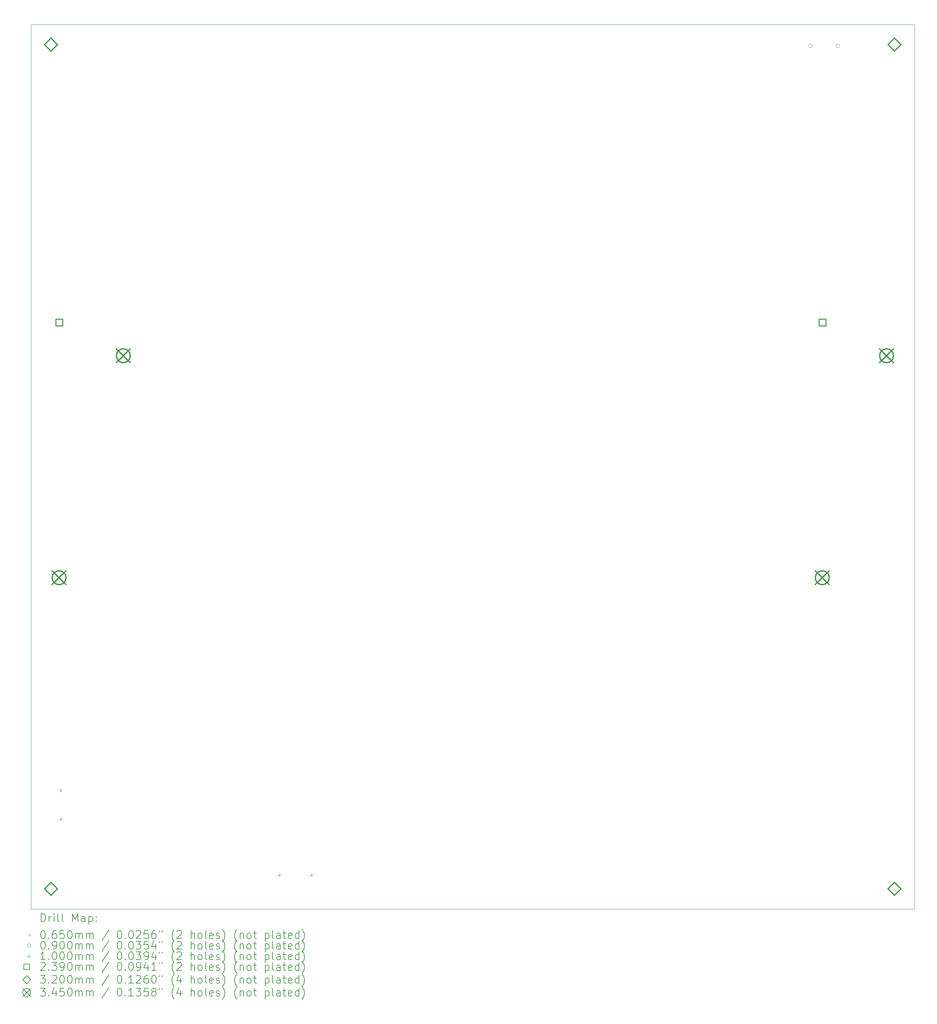
<source format=gbr>
%FSLAX45Y45*%
G04 Gerber Fmt 4.5, Leading zero omitted, Abs format (unit mm)*
G04 Created by KiCad (PCBNEW (6.0.0)) date 2022-01-30 17:44:56*
%MOMM*%
%LPD*%
G01*
G04 APERTURE LIST*
%TA.AperFunction,Profile*%
%ADD10C,0.100000*%
%TD*%
%ADD11C,0.200000*%
%ADD12C,0.065000*%
%ADD13C,0.090000*%
%ADD14C,0.100000*%
%ADD15C,0.239000*%
%ADD16C,0.320000*%
%ADD17C,0.345000*%
G04 APERTURE END LIST*
D10*
X-1000000Y0D02*
X21000000Y0D01*
X21000000Y0D02*
X21000000Y-22000000D01*
X21000000Y-22000000D02*
X-1000000Y-22000000D01*
X-1000000Y-22000000D02*
X-1000000Y0D01*
D11*
D12*
X-290900Y-19018100D02*
X-225900Y-19083100D01*
X-225900Y-19018100D02*
X-290900Y-19083100D01*
X-290900Y-19738100D02*
X-225900Y-19803100D01*
X-225900Y-19738100D02*
X-290900Y-19803100D01*
D13*
X18450200Y-533400D02*
G75*
G03*
X18450200Y-533400I-45000J0D01*
G01*
X19130200Y-533400D02*
G75*
G03*
X19130200Y-533400I-45000J0D01*
G01*
D14*
X5184000Y-21106200D02*
X5184000Y-21206200D01*
X5134000Y-21156200D02*
X5234000Y-21156200D01*
X5984000Y-21106200D02*
X5984000Y-21206200D01*
X5934000Y-21156200D02*
X6034000Y-21156200D01*
D15*
X-215500Y-7491500D02*
X-215500Y-7322500D01*
X-384500Y-7322500D01*
X-384500Y-7491500D01*
X-215500Y-7491500D01*
X18784500Y-7491500D02*
X18784500Y-7322500D01*
X18615500Y-7322500D01*
X18615500Y-7491500D01*
X18784500Y-7491500D01*
D16*
X-500000Y-660000D02*
X-340000Y-500000D01*
X-500000Y-340000D01*
X-660000Y-500000D01*
X-500000Y-660000D01*
X-500000Y-21660000D02*
X-340000Y-21500000D01*
X-500000Y-21340000D01*
X-660000Y-21500000D01*
X-500000Y-21660000D01*
X20500000Y-660000D02*
X20660000Y-500000D01*
X20500000Y-340000D01*
X20340000Y-500000D01*
X20500000Y-660000D01*
X20500000Y-21660000D02*
X20660000Y-21500000D01*
X20500000Y-21340000D01*
X20340000Y-21500000D01*
X20500000Y-21660000D01*
D17*
X-472500Y-13587500D02*
X-127500Y-13932500D01*
X-127500Y-13587500D02*
X-472500Y-13932500D01*
X-127500Y-13760000D02*
G75*
G03*
X-127500Y-13760000I-172500J0D01*
G01*
X1127500Y-8067500D02*
X1472500Y-8412500D01*
X1472500Y-8067500D02*
X1127500Y-8412500D01*
X1472500Y-8240000D02*
G75*
G03*
X1472500Y-8240000I-172500J0D01*
G01*
X18527500Y-13587500D02*
X18872500Y-13932500D01*
X18872500Y-13587500D02*
X18527500Y-13932500D01*
X18872500Y-13760000D02*
G75*
G03*
X18872500Y-13760000I-172500J0D01*
G01*
X20127500Y-8067500D02*
X20472500Y-8412500D01*
X20472500Y-8067500D02*
X20127500Y-8412500D01*
X20472500Y-8240000D02*
G75*
G03*
X20472500Y-8240000I-172500J0D01*
G01*
D11*
X-747381Y-22315476D02*
X-747381Y-22115476D01*
X-699762Y-22115476D01*
X-671190Y-22125000D01*
X-652143Y-22144048D01*
X-642619Y-22163095D01*
X-633095Y-22201190D01*
X-633095Y-22229762D01*
X-642619Y-22267857D01*
X-652143Y-22286905D01*
X-671190Y-22305952D01*
X-699762Y-22315476D01*
X-747381Y-22315476D01*
X-547381Y-22315476D02*
X-547381Y-22182143D01*
X-547381Y-22220238D02*
X-537857Y-22201190D01*
X-528333Y-22191667D01*
X-509286Y-22182143D01*
X-490238Y-22182143D01*
X-423571Y-22315476D02*
X-423571Y-22182143D01*
X-423571Y-22115476D02*
X-433095Y-22125000D01*
X-423571Y-22134524D01*
X-414048Y-22125000D01*
X-423571Y-22115476D01*
X-423571Y-22134524D01*
X-299762Y-22315476D02*
X-318810Y-22305952D01*
X-328333Y-22286905D01*
X-328333Y-22115476D01*
X-195000Y-22315476D02*
X-214048Y-22305952D01*
X-223571Y-22286905D01*
X-223571Y-22115476D01*
X33571Y-22315476D02*
X33571Y-22115476D01*
X100238Y-22258333D01*
X166905Y-22115476D01*
X166905Y-22315476D01*
X347857Y-22315476D02*
X347857Y-22210714D01*
X338333Y-22191667D01*
X319286Y-22182143D01*
X281190Y-22182143D01*
X262143Y-22191667D01*
X347857Y-22305952D02*
X328810Y-22315476D01*
X281190Y-22315476D01*
X262143Y-22305952D01*
X252619Y-22286905D01*
X252619Y-22267857D01*
X262143Y-22248810D01*
X281190Y-22239286D01*
X328810Y-22239286D01*
X347857Y-22229762D01*
X443095Y-22182143D02*
X443095Y-22382143D01*
X443095Y-22191667D02*
X462143Y-22182143D01*
X500238Y-22182143D01*
X519286Y-22191667D01*
X528810Y-22201190D01*
X538333Y-22220238D01*
X538333Y-22277381D01*
X528810Y-22296429D01*
X519286Y-22305952D01*
X500238Y-22315476D01*
X462143Y-22315476D01*
X443095Y-22305952D01*
X624048Y-22296429D02*
X633571Y-22305952D01*
X624048Y-22315476D01*
X614524Y-22305952D01*
X624048Y-22296429D01*
X624048Y-22315476D01*
X624048Y-22191667D02*
X633571Y-22201190D01*
X624048Y-22210714D01*
X614524Y-22201190D01*
X624048Y-22191667D01*
X624048Y-22210714D01*
D12*
X-1070000Y-22612500D02*
X-1005000Y-22677500D01*
X-1005000Y-22612500D02*
X-1070000Y-22677500D01*
D11*
X-709286Y-22535476D02*
X-690238Y-22535476D01*
X-671190Y-22545000D01*
X-661667Y-22554524D01*
X-652143Y-22573571D01*
X-642619Y-22611667D01*
X-642619Y-22659286D01*
X-652143Y-22697381D01*
X-661667Y-22716428D01*
X-671190Y-22725952D01*
X-690238Y-22735476D01*
X-709286Y-22735476D01*
X-728333Y-22725952D01*
X-737857Y-22716428D01*
X-747381Y-22697381D01*
X-756905Y-22659286D01*
X-756905Y-22611667D01*
X-747381Y-22573571D01*
X-737857Y-22554524D01*
X-728333Y-22545000D01*
X-709286Y-22535476D01*
X-556905Y-22716428D02*
X-547381Y-22725952D01*
X-556905Y-22735476D01*
X-566429Y-22725952D01*
X-556905Y-22716428D01*
X-556905Y-22735476D01*
X-375952Y-22535476D02*
X-414048Y-22535476D01*
X-433095Y-22545000D01*
X-442619Y-22554524D01*
X-461667Y-22583095D01*
X-471190Y-22621190D01*
X-471190Y-22697381D01*
X-461667Y-22716428D01*
X-452143Y-22725952D01*
X-433095Y-22735476D01*
X-395000Y-22735476D01*
X-375952Y-22725952D01*
X-366428Y-22716428D01*
X-356905Y-22697381D01*
X-356905Y-22649762D01*
X-366428Y-22630714D01*
X-375952Y-22621190D01*
X-395000Y-22611667D01*
X-433095Y-22611667D01*
X-452143Y-22621190D01*
X-461667Y-22630714D01*
X-471190Y-22649762D01*
X-175952Y-22535476D02*
X-271190Y-22535476D01*
X-280714Y-22630714D01*
X-271190Y-22621190D01*
X-252143Y-22611667D01*
X-204524Y-22611667D01*
X-185476Y-22621190D01*
X-175952Y-22630714D01*
X-166429Y-22649762D01*
X-166429Y-22697381D01*
X-175952Y-22716428D01*
X-185476Y-22725952D01*
X-204524Y-22735476D01*
X-252143Y-22735476D01*
X-271190Y-22725952D01*
X-280714Y-22716428D01*
X-42619Y-22535476D02*
X-23571Y-22535476D01*
X-4524Y-22545000D01*
X5000Y-22554524D01*
X14524Y-22573571D01*
X24048Y-22611667D01*
X24048Y-22659286D01*
X14524Y-22697381D01*
X5000Y-22716428D01*
X-4524Y-22725952D01*
X-23571Y-22735476D01*
X-42619Y-22735476D01*
X-61667Y-22725952D01*
X-71190Y-22716428D01*
X-80714Y-22697381D01*
X-90238Y-22659286D01*
X-90238Y-22611667D01*
X-80714Y-22573571D01*
X-71190Y-22554524D01*
X-61667Y-22545000D01*
X-42619Y-22535476D01*
X109762Y-22735476D02*
X109762Y-22602143D01*
X109762Y-22621190D02*
X119286Y-22611667D01*
X138333Y-22602143D01*
X166905Y-22602143D01*
X185952Y-22611667D01*
X195476Y-22630714D01*
X195476Y-22735476D01*
X195476Y-22630714D02*
X205000Y-22611667D01*
X224048Y-22602143D01*
X252619Y-22602143D01*
X271667Y-22611667D01*
X281190Y-22630714D01*
X281190Y-22735476D01*
X376428Y-22735476D02*
X376428Y-22602143D01*
X376428Y-22621190D02*
X385952Y-22611667D01*
X405000Y-22602143D01*
X433571Y-22602143D01*
X452619Y-22611667D01*
X462143Y-22630714D01*
X462143Y-22735476D01*
X462143Y-22630714D02*
X471667Y-22611667D01*
X490714Y-22602143D01*
X519286Y-22602143D01*
X538333Y-22611667D01*
X547857Y-22630714D01*
X547857Y-22735476D01*
X938333Y-22525952D02*
X766905Y-22783095D01*
X1195476Y-22535476D02*
X1214524Y-22535476D01*
X1233571Y-22545000D01*
X1243095Y-22554524D01*
X1252619Y-22573571D01*
X1262143Y-22611667D01*
X1262143Y-22659286D01*
X1252619Y-22697381D01*
X1243095Y-22716428D01*
X1233571Y-22725952D01*
X1214524Y-22735476D01*
X1195476Y-22735476D01*
X1176429Y-22725952D01*
X1166905Y-22716428D01*
X1157381Y-22697381D01*
X1147857Y-22659286D01*
X1147857Y-22611667D01*
X1157381Y-22573571D01*
X1166905Y-22554524D01*
X1176429Y-22545000D01*
X1195476Y-22535476D01*
X1347857Y-22716428D02*
X1357381Y-22725952D01*
X1347857Y-22735476D01*
X1338333Y-22725952D01*
X1347857Y-22716428D01*
X1347857Y-22735476D01*
X1481190Y-22535476D02*
X1500238Y-22535476D01*
X1519286Y-22545000D01*
X1528809Y-22554524D01*
X1538333Y-22573571D01*
X1547857Y-22611667D01*
X1547857Y-22659286D01*
X1538333Y-22697381D01*
X1528809Y-22716428D01*
X1519286Y-22725952D01*
X1500238Y-22735476D01*
X1481190Y-22735476D01*
X1462143Y-22725952D01*
X1452619Y-22716428D01*
X1443095Y-22697381D01*
X1433571Y-22659286D01*
X1433571Y-22611667D01*
X1443095Y-22573571D01*
X1452619Y-22554524D01*
X1462143Y-22545000D01*
X1481190Y-22535476D01*
X1624048Y-22554524D02*
X1633571Y-22545000D01*
X1652619Y-22535476D01*
X1700238Y-22535476D01*
X1719286Y-22545000D01*
X1728809Y-22554524D01*
X1738333Y-22573571D01*
X1738333Y-22592619D01*
X1728809Y-22621190D01*
X1614524Y-22735476D01*
X1738333Y-22735476D01*
X1919286Y-22535476D02*
X1824048Y-22535476D01*
X1814524Y-22630714D01*
X1824048Y-22621190D01*
X1843095Y-22611667D01*
X1890714Y-22611667D01*
X1909762Y-22621190D01*
X1919286Y-22630714D01*
X1928809Y-22649762D01*
X1928809Y-22697381D01*
X1919286Y-22716428D01*
X1909762Y-22725952D01*
X1890714Y-22735476D01*
X1843095Y-22735476D01*
X1824048Y-22725952D01*
X1814524Y-22716428D01*
X2100238Y-22535476D02*
X2062143Y-22535476D01*
X2043095Y-22545000D01*
X2033571Y-22554524D01*
X2014524Y-22583095D01*
X2005000Y-22621190D01*
X2005000Y-22697381D01*
X2014524Y-22716428D01*
X2024048Y-22725952D01*
X2043095Y-22735476D01*
X2081190Y-22735476D01*
X2100238Y-22725952D01*
X2109762Y-22716428D01*
X2119286Y-22697381D01*
X2119286Y-22649762D01*
X2109762Y-22630714D01*
X2100238Y-22621190D01*
X2081190Y-22611667D01*
X2043095Y-22611667D01*
X2024048Y-22621190D01*
X2014524Y-22630714D01*
X2005000Y-22649762D01*
X2195476Y-22535476D02*
X2195476Y-22573571D01*
X2271667Y-22535476D02*
X2271667Y-22573571D01*
X2566905Y-22811667D02*
X2557381Y-22802143D01*
X2538333Y-22773571D01*
X2528810Y-22754524D01*
X2519286Y-22725952D01*
X2509762Y-22678333D01*
X2509762Y-22640238D01*
X2519286Y-22592619D01*
X2528810Y-22564048D01*
X2538333Y-22545000D01*
X2557381Y-22516428D01*
X2566905Y-22506905D01*
X2633571Y-22554524D02*
X2643095Y-22545000D01*
X2662143Y-22535476D01*
X2709762Y-22535476D01*
X2728810Y-22545000D01*
X2738333Y-22554524D01*
X2747857Y-22573571D01*
X2747857Y-22592619D01*
X2738333Y-22621190D01*
X2624048Y-22735476D01*
X2747857Y-22735476D01*
X2985952Y-22735476D02*
X2985952Y-22535476D01*
X3071667Y-22735476D02*
X3071667Y-22630714D01*
X3062143Y-22611667D01*
X3043095Y-22602143D01*
X3014524Y-22602143D01*
X2995476Y-22611667D01*
X2985952Y-22621190D01*
X3195476Y-22735476D02*
X3176428Y-22725952D01*
X3166905Y-22716428D01*
X3157381Y-22697381D01*
X3157381Y-22640238D01*
X3166905Y-22621190D01*
X3176428Y-22611667D01*
X3195476Y-22602143D01*
X3224048Y-22602143D01*
X3243095Y-22611667D01*
X3252619Y-22621190D01*
X3262143Y-22640238D01*
X3262143Y-22697381D01*
X3252619Y-22716428D01*
X3243095Y-22725952D01*
X3224048Y-22735476D01*
X3195476Y-22735476D01*
X3376428Y-22735476D02*
X3357381Y-22725952D01*
X3347857Y-22706905D01*
X3347857Y-22535476D01*
X3528809Y-22725952D02*
X3509762Y-22735476D01*
X3471667Y-22735476D01*
X3452619Y-22725952D01*
X3443095Y-22706905D01*
X3443095Y-22630714D01*
X3452619Y-22611667D01*
X3471667Y-22602143D01*
X3509762Y-22602143D01*
X3528809Y-22611667D01*
X3538333Y-22630714D01*
X3538333Y-22649762D01*
X3443095Y-22668809D01*
X3614524Y-22725952D02*
X3633571Y-22735476D01*
X3671667Y-22735476D01*
X3690714Y-22725952D01*
X3700238Y-22706905D01*
X3700238Y-22697381D01*
X3690714Y-22678333D01*
X3671667Y-22668809D01*
X3643095Y-22668809D01*
X3624048Y-22659286D01*
X3614524Y-22640238D01*
X3614524Y-22630714D01*
X3624048Y-22611667D01*
X3643095Y-22602143D01*
X3671667Y-22602143D01*
X3690714Y-22611667D01*
X3766905Y-22811667D02*
X3776428Y-22802143D01*
X3795476Y-22773571D01*
X3805000Y-22754524D01*
X3814524Y-22725952D01*
X3824048Y-22678333D01*
X3824048Y-22640238D01*
X3814524Y-22592619D01*
X3805000Y-22564048D01*
X3795476Y-22545000D01*
X3776428Y-22516428D01*
X3766905Y-22506905D01*
X4128809Y-22811667D02*
X4119286Y-22802143D01*
X4100238Y-22773571D01*
X4090714Y-22754524D01*
X4081190Y-22725952D01*
X4071667Y-22678333D01*
X4071667Y-22640238D01*
X4081190Y-22592619D01*
X4090714Y-22564048D01*
X4100238Y-22545000D01*
X4119286Y-22516428D01*
X4128809Y-22506905D01*
X4205000Y-22602143D02*
X4205000Y-22735476D01*
X4205000Y-22621190D02*
X4214524Y-22611667D01*
X4233571Y-22602143D01*
X4262143Y-22602143D01*
X4281190Y-22611667D01*
X4290714Y-22630714D01*
X4290714Y-22735476D01*
X4414524Y-22735476D02*
X4395476Y-22725952D01*
X4385952Y-22716428D01*
X4376429Y-22697381D01*
X4376429Y-22640238D01*
X4385952Y-22621190D01*
X4395476Y-22611667D01*
X4414524Y-22602143D01*
X4443095Y-22602143D01*
X4462143Y-22611667D01*
X4471667Y-22621190D01*
X4481190Y-22640238D01*
X4481190Y-22697381D01*
X4471667Y-22716428D01*
X4462143Y-22725952D01*
X4443095Y-22735476D01*
X4414524Y-22735476D01*
X4538333Y-22602143D02*
X4614524Y-22602143D01*
X4566905Y-22535476D02*
X4566905Y-22706905D01*
X4576429Y-22725952D01*
X4595476Y-22735476D01*
X4614524Y-22735476D01*
X4833571Y-22602143D02*
X4833571Y-22802143D01*
X4833571Y-22611667D02*
X4852619Y-22602143D01*
X4890714Y-22602143D01*
X4909762Y-22611667D01*
X4919286Y-22621190D01*
X4928810Y-22640238D01*
X4928810Y-22697381D01*
X4919286Y-22716428D01*
X4909762Y-22725952D01*
X4890714Y-22735476D01*
X4852619Y-22735476D01*
X4833571Y-22725952D01*
X5043095Y-22735476D02*
X5024048Y-22725952D01*
X5014524Y-22706905D01*
X5014524Y-22535476D01*
X5205000Y-22735476D02*
X5205000Y-22630714D01*
X5195476Y-22611667D01*
X5176429Y-22602143D01*
X5138333Y-22602143D01*
X5119286Y-22611667D01*
X5205000Y-22725952D02*
X5185952Y-22735476D01*
X5138333Y-22735476D01*
X5119286Y-22725952D01*
X5109762Y-22706905D01*
X5109762Y-22687857D01*
X5119286Y-22668809D01*
X5138333Y-22659286D01*
X5185952Y-22659286D01*
X5205000Y-22649762D01*
X5271667Y-22602143D02*
X5347857Y-22602143D01*
X5300238Y-22535476D02*
X5300238Y-22706905D01*
X5309762Y-22725952D01*
X5328810Y-22735476D01*
X5347857Y-22735476D01*
X5490714Y-22725952D02*
X5471667Y-22735476D01*
X5433571Y-22735476D01*
X5414524Y-22725952D01*
X5405000Y-22706905D01*
X5405000Y-22630714D01*
X5414524Y-22611667D01*
X5433571Y-22602143D01*
X5471667Y-22602143D01*
X5490714Y-22611667D01*
X5500238Y-22630714D01*
X5500238Y-22649762D01*
X5405000Y-22668809D01*
X5671667Y-22735476D02*
X5671667Y-22535476D01*
X5671667Y-22725952D02*
X5652619Y-22735476D01*
X5614524Y-22735476D01*
X5595476Y-22725952D01*
X5585952Y-22716428D01*
X5576429Y-22697381D01*
X5576429Y-22640238D01*
X5585952Y-22621190D01*
X5595476Y-22611667D01*
X5614524Y-22602143D01*
X5652619Y-22602143D01*
X5671667Y-22611667D01*
X5747857Y-22811667D02*
X5757381Y-22802143D01*
X5776428Y-22773571D01*
X5785952Y-22754524D01*
X5795476Y-22725952D01*
X5805000Y-22678333D01*
X5805000Y-22640238D01*
X5795476Y-22592619D01*
X5785952Y-22564048D01*
X5776428Y-22545000D01*
X5757381Y-22516428D01*
X5747857Y-22506905D01*
D13*
X-1005000Y-22909000D02*
G75*
G03*
X-1005000Y-22909000I-45000J0D01*
G01*
D11*
X-709286Y-22799476D02*
X-690238Y-22799476D01*
X-671190Y-22809000D01*
X-661667Y-22818524D01*
X-652143Y-22837571D01*
X-642619Y-22875667D01*
X-642619Y-22923286D01*
X-652143Y-22961381D01*
X-661667Y-22980428D01*
X-671190Y-22989952D01*
X-690238Y-22999476D01*
X-709286Y-22999476D01*
X-728333Y-22989952D01*
X-737857Y-22980428D01*
X-747381Y-22961381D01*
X-756905Y-22923286D01*
X-756905Y-22875667D01*
X-747381Y-22837571D01*
X-737857Y-22818524D01*
X-728333Y-22809000D01*
X-709286Y-22799476D01*
X-556905Y-22980428D02*
X-547381Y-22989952D01*
X-556905Y-22999476D01*
X-566429Y-22989952D01*
X-556905Y-22980428D01*
X-556905Y-22999476D01*
X-452143Y-22999476D02*
X-414048Y-22999476D01*
X-395000Y-22989952D01*
X-385476Y-22980428D01*
X-366428Y-22951857D01*
X-356905Y-22913762D01*
X-356905Y-22837571D01*
X-366428Y-22818524D01*
X-375952Y-22809000D01*
X-395000Y-22799476D01*
X-433095Y-22799476D01*
X-452143Y-22809000D01*
X-461667Y-22818524D01*
X-471190Y-22837571D01*
X-471190Y-22885190D01*
X-461667Y-22904238D01*
X-452143Y-22913762D01*
X-433095Y-22923286D01*
X-395000Y-22923286D01*
X-375952Y-22913762D01*
X-366428Y-22904238D01*
X-356905Y-22885190D01*
X-233095Y-22799476D02*
X-214048Y-22799476D01*
X-195000Y-22809000D01*
X-185476Y-22818524D01*
X-175952Y-22837571D01*
X-166429Y-22875667D01*
X-166429Y-22923286D01*
X-175952Y-22961381D01*
X-185476Y-22980428D01*
X-195000Y-22989952D01*
X-214048Y-22999476D01*
X-233095Y-22999476D01*
X-252143Y-22989952D01*
X-261667Y-22980428D01*
X-271190Y-22961381D01*
X-280714Y-22923286D01*
X-280714Y-22875667D01*
X-271190Y-22837571D01*
X-261667Y-22818524D01*
X-252143Y-22809000D01*
X-233095Y-22799476D01*
X-42619Y-22799476D02*
X-23571Y-22799476D01*
X-4524Y-22809000D01*
X5000Y-22818524D01*
X14524Y-22837571D01*
X24048Y-22875667D01*
X24048Y-22923286D01*
X14524Y-22961381D01*
X5000Y-22980428D01*
X-4524Y-22989952D01*
X-23571Y-22999476D01*
X-42619Y-22999476D01*
X-61667Y-22989952D01*
X-71190Y-22980428D01*
X-80714Y-22961381D01*
X-90238Y-22923286D01*
X-90238Y-22875667D01*
X-80714Y-22837571D01*
X-71190Y-22818524D01*
X-61667Y-22809000D01*
X-42619Y-22799476D01*
X109762Y-22999476D02*
X109762Y-22866143D01*
X109762Y-22885190D02*
X119286Y-22875667D01*
X138333Y-22866143D01*
X166905Y-22866143D01*
X185952Y-22875667D01*
X195476Y-22894714D01*
X195476Y-22999476D01*
X195476Y-22894714D02*
X205000Y-22875667D01*
X224048Y-22866143D01*
X252619Y-22866143D01*
X271667Y-22875667D01*
X281190Y-22894714D01*
X281190Y-22999476D01*
X376428Y-22999476D02*
X376428Y-22866143D01*
X376428Y-22885190D02*
X385952Y-22875667D01*
X405000Y-22866143D01*
X433571Y-22866143D01*
X452619Y-22875667D01*
X462143Y-22894714D01*
X462143Y-22999476D01*
X462143Y-22894714D02*
X471667Y-22875667D01*
X490714Y-22866143D01*
X519286Y-22866143D01*
X538333Y-22875667D01*
X547857Y-22894714D01*
X547857Y-22999476D01*
X938333Y-22789952D02*
X766905Y-23047095D01*
X1195476Y-22799476D02*
X1214524Y-22799476D01*
X1233571Y-22809000D01*
X1243095Y-22818524D01*
X1252619Y-22837571D01*
X1262143Y-22875667D01*
X1262143Y-22923286D01*
X1252619Y-22961381D01*
X1243095Y-22980428D01*
X1233571Y-22989952D01*
X1214524Y-22999476D01*
X1195476Y-22999476D01*
X1176429Y-22989952D01*
X1166905Y-22980428D01*
X1157381Y-22961381D01*
X1147857Y-22923286D01*
X1147857Y-22875667D01*
X1157381Y-22837571D01*
X1166905Y-22818524D01*
X1176429Y-22809000D01*
X1195476Y-22799476D01*
X1347857Y-22980428D02*
X1357381Y-22989952D01*
X1347857Y-22999476D01*
X1338333Y-22989952D01*
X1347857Y-22980428D01*
X1347857Y-22999476D01*
X1481190Y-22799476D02*
X1500238Y-22799476D01*
X1519286Y-22809000D01*
X1528809Y-22818524D01*
X1538333Y-22837571D01*
X1547857Y-22875667D01*
X1547857Y-22923286D01*
X1538333Y-22961381D01*
X1528809Y-22980428D01*
X1519286Y-22989952D01*
X1500238Y-22999476D01*
X1481190Y-22999476D01*
X1462143Y-22989952D01*
X1452619Y-22980428D01*
X1443095Y-22961381D01*
X1433571Y-22923286D01*
X1433571Y-22875667D01*
X1443095Y-22837571D01*
X1452619Y-22818524D01*
X1462143Y-22809000D01*
X1481190Y-22799476D01*
X1614524Y-22799476D02*
X1738333Y-22799476D01*
X1671667Y-22875667D01*
X1700238Y-22875667D01*
X1719286Y-22885190D01*
X1728809Y-22894714D01*
X1738333Y-22913762D01*
X1738333Y-22961381D01*
X1728809Y-22980428D01*
X1719286Y-22989952D01*
X1700238Y-22999476D01*
X1643095Y-22999476D01*
X1624048Y-22989952D01*
X1614524Y-22980428D01*
X1919286Y-22799476D02*
X1824048Y-22799476D01*
X1814524Y-22894714D01*
X1824048Y-22885190D01*
X1843095Y-22875667D01*
X1890714Y-22875667D01*
X1909762Y-22885190D01*
X1919286Y-22894714D01*
X1928809Y-22913762D01*
X1928809Y-22961381D01*
X1919286Y-22980428D01*
X1909762Y-22989952D01*
X1890714Y-22999476D01*
X1843095Y-22999476D01*
X1824048Y-22989952D01*
X1814524Y-22980428D01*
X2100238Y-22866143D02*
X2100238Y-22999476D01*
X2052619Y-22789952D02*
X2005000Y-22932809D01*
X2128810Y-22932809D01*
X2195476Y-22799476D02*
X2195476Y-22837571D01*
X2271667Y-22799476D02*
X2271667Y-22837571D01*
X2566905Y-23075667D02*
X2557381Y-23066143D01*
X2538333Y-23037571D01*
X2528810Y-23018524D01*
X2519286Y-22989952D01*
X2509762Y-22942333D01*
X2509762Y-22904238D01*
X2519286Y-22856619D01*
X2528810Y-22828048D01*
X2538333Y-22809000D01*
X2557381Y-22780428D01*
X2566905Y-22770905D01*
X2633571Y-22818524D02*
X2643095Y-22809000D01*
X2662143Y-22799476D01*
X2709762Y-22799476D01*
X2728810Y-22809000D01*
X2738333Y-22818524D01*
X2747857Y-22837571D01*
X2747857Y-22856619D01*
X2738333Y-22885190D01*
X2624048Y-22999476D01*
X2747857Y-22999476D01*
X2985952Y-22999476D02*
X2985952Y-22799476D01*
X3071667Y-22999476D02*
X3071667Y-22894714D01*
X3062143Y-22875667D01*
X3043095Y-22866143D01*
X3014524Y-22866143D01*
X2995476Y-22875667D01*
X2985952Y-22885190D01*
X3195476Y-22999476D02*
X3176428Y-22989952D01*
X3166905Y-22980428D01*
X3157381Y-22961381D01*
X3157381Y-22904238D01*
X3166905Y-22885190D01*
X3176428Y-22875667D01*
X3195476Y-22866143D01*
X3224048Y-22866143D01*
X3243095Y-22875667D01*
X3252619Y-22885190D01*
X3262143Y-22904238D01*
X3262143Y-22961381D01*
X3252619Y-22980428D01*
X3243095Y-22989952D01*
X3224048Y-22999476D01*
X3195476Y-22999476D01*
X3376428Y-22999476D02*
X3357381Y-22989952D01*
X3347857Y-22970905D01*
X3347857Y-22799476D01*
X3528809Y-22989952D02*
X3509762Y-22999476D01*
X3471667Y-22999476D01*
X3452619Y-22989952D01*
X3443095Y-22970905D01*
X3443095Y-22894714D01*
X3452619Y-22875667D01*
X3471667Y-22866143D01*
X3509762Y-22866143D01*
X3528809Y-22875667D01*
X3538333Y-22894714D01*
X3538333Y-22913762D01*
X3443095Y-22932809D01*
X3614524Y-22989952D02*
X3633571Y-22999476D01*
X3671667Y-22999476D01*
X3690714Y-22989952D01*
X3700238Y-22970905D01*
X3700238Y-22961381D01*
X3690714Y-22942333D01*
X3671667Y-22932809D01*
X3643095Y-22932809D01*
X3624048Y-22923286D01*
X3614524Y-22904238D01*
X3614524Y-22894714D01*
X3624048Y-22875667D01*
X3643095Y-22866143D01*
X3671667Y-22866143D01*
X3690714Y-22875667D01*
X3766905Y-23075667D02*
X3776428Y-23066143D01*
X3795476Y-23037571D01*
X3805000Y-23018524D01*
X3814524Y-22989952D01*
X3824048Y-22942333D01*
X3824048Y-22904238D01*
X3814524Y-22856619D01*
X3805000Y-22828048D01*
X3795476Y-22809000D01*
X3776428Y-22780428D01*
X3766905Y-22770905D01*
X4128809Y-23075667D02*
X4119286Y-23066143D01*
X4100238Y-23037571D01*
X4090714Y-23018524D01*
X4081190Y-22989952D01*
X4071667Y-22942333D01*
X4071667Y-22904238D01*
X4081190Y-22856619D01*
X4090714Y-22828048D01*
X4100238Y-22809000D01*
X4119286Y-22780428D01*
X4128809Y-22770905D01*
X4205000Y-22866143D02*
X4205000Y-22999476D01*
X4205000Y-22885190D02*
X4214524Y-22875667D01*
X4233571Y-22866143D01*
X4262143Y-22866143D01*
X4281190Y-22875667D01*
X4290714Y-22894714D01*
X4290714Y-22999476D01*
X4414524Y-22999476D02*
X4395476Y-22989952D01*
X4385952Y-22980428D01*
X4376429Y-22961381D01*
X4376429Y-22904238D01*
X4385952Y-22885190D01*
X4395476Y-22875667D01*
X4414524Y-22866143D01*
X4443095Y-22866143D01*
X4462143Y-22875667D01*
X4471667Y-22885190D01*
X4481190Y-22904238D01*
X4481190Y-22961381D01*
X4471667Y-22980428D01*
X4462143Y-22989952D01*
X4443095Y-22999476D01*
X4414524Y-22999476D01*
X4538333Y-22866143D02*
X4614524Y-22866143D01*
X4566905Y-22799476D02*
X4566905Y-22970905D01*
X4576429Y-22989952D01*
X4595476Y-22999476D01*
X4614524Y-22999476D01*
X4833571Y-22866143D02*
X4833571Y-23066143D01*
X4833571Y-22875667D02*
X4852619Y-22866143D01*
X4890714Y-22866143D01*
X4909762Y-22875667D01*
X4919286Y-22885190D01*
X4928810Y-22904238D01*
X4928810Y-22961381D01*
X4919286Y-22980428D01*
X4909762Y-22989952D01*
X4890714Y-22999476D01*
X4852619Y-22999476D01*
X4833571Y-22989952D01*
X5043095Y-22999476D02*
X5024048Y-22989952D01*
X5014524Y-22970905D01*
X5014524Y-22799476D01*
X5205000Y-22999476D02*
X5205000Y-22894714D01*
X5195476Y-22875667D01*
X5176429Y-22866143D01*
X5138333Y-22866143D01*
X5119286Y-22875667D01*
X5205000Y-22989952D02*
X5185952Y-22999476D01*
X5138333Y-22999476D01*
X5119286Y-22989952D01*
X5109762Y-22970905D01*
X5109762Y-22951857D01*
X5119286Y-22932809D01*
X5138333Y-22923286D01*
X5185952Y-22923286D01*
X5205000Y-22913762D01*
X5271667Y-22866143D02*
X5347857Y-22866143D01*
X5300238Y-22799476D02*
X5300238Y-22970905D01*
X5309762Y-22989952D01*
X5328810Y-22999476D01*
X5347857Y-22999476D01*
X5490714Y-22989952D02*
X5471667Y-22999476D01*
X5433571Y-22999476D01*
X5414524Y-22989952D01*
X5405000Y-22970905D01*
X5405000Y-22894714D01*
X5414524Y-22875667D01*
X5433571Y-22866143D01*
X5471667Y-22866143D01*
X5490714Y-22875667D01*
X5500238Y-22894714D01*
X5500238Y-22913762D01*
X5405000Y-22932809D01*
X5671667Y-22999476D02*
X5671667Y-22799476D01*
X5671667Y-22989952D02*
X5652619Y-22999476D01*
X5614524Y-22999476D01*
X5595476Y-22989952D01*
X5585952Y-22980428D01*
X5576429Y-22961381D01*
X5576429Y-22904238D01*
X5585952Y-22885190D01*
X5595476Y-22875667D01*
X5614524Y-22866143D01*
X5652619Y-22866143D01*
X5671667Y-22875667D01*
X5747857Y-23075667D02*
X5757381Y-23066143D01*
X5776428Y-23037571D01*
X5785952Y-23018524D01*
X5795476Y-22989952D01*
X5805000Y-22942333D01*
X5805000Y-22904238D01*
X5795476Y-22856619D01*
X5785952Y-22828048D01*
X5776428Y-22809000D01*
X5757381Y-22780428D01*
X5747857Y-22770905D01*
D14*
X-1055000Y-23123000D02*
X-1055000Y-23223000D01*
X-1105000Y-23173000D02*
X-1005000Y-23173000D01*
D11*
X-642619Y-23263476D02*
X-756905Y-23263476D01*
X-699762Y-23263476D02*
X-699762Y-23063476D01*
X-718809Y-23092048D01*
X-737857Y-23111095D01*
X-756905Y-23120619D01*
X-556905Y-23244428D02*
X-547381Y-23253952D01*
X-556905Y-23263476D01*
X-566429Y-23253952D01*
X-556905Y-23244428D01*
X-556905Y-23263476D01*
X-423571Y-23063476D02*
X-404524Y-23063476D01*
X-385476Y-23073000D01*
X-375952Y-23082524D01*
X-366428Y-23101571D01*
X-356905Y-23139667D01*
X-356905Y-23187286D01*
X-366428Y-23225381D01*
X-375952Y-23244428D01*
X-385476Y-23253952D01*
X-404524Y-23263476D01*
X-423571Y-23263476D01*
X-442619Y-23253952D01*
X-452143Y-23244428D01*
X-461667Y-23225381D01*
X-471190Y-23187286D01*
X-471190Y-23139667D01*
X-461667Y-23101571D01*
X-452143Y-23082524D01*
X-442619Y-23073000D01*
X-423571Y-23063476D01*
X-233095Y-23063476D02*
X-214048Y-23063476D01*
X-195000Y-23073000D01*
X-185476Y-23082524D01*
X-175952Y-23101571D01*
X-166429Y-23139667D01*
X-166429Y-23187286D01*
X-175952Y-23225381D01*
X-185476Y-23244428D01*
X-195000Y-23253952D01*
X-214048Y-23263476D01*
X-233095Y-23263476D01*
X-252143Y-23253952D01*
X-261667Y-23244428D01*
X-271190Y-23225381D01*
X-280714Y-23187286D01*
X-280714Y-23139667D01*
X-271190Y-23101571D01*
X-261667Y-23082524D01*
X-252143Y-23073000D01*
X-233095Y-23063476D01*
X-42619Y-23063476D02*
X-23571Y-23063476D01*
X-4524Y-23073000D01*
X5000Y-23082524D01*
X14524Y-23101571D01*
X24048Y-23139667D01*
X24048Y-23187286D01*
X14524Y-23225381D01*
X5000Y-23244428D01*
X-4524Y-23253952D01*
X-23571Y-23263476D01*
X-42619Y-23263476D01*
X-61667Y-23253952D01*
X-71190Y-23244428D01*
X-80714Y-23225381D01*
X-90238Y-23187286D01*
X-90238Y-23139667D01*
X-80714Y-23101571D01*
X-71190Y-23082524D01*
X-61667Y-23073000D01*
X-42619Y-23063476D01*
X109762Y-23263476D02*
X109762Y-23130143D01*
X109762Y-23149190D02*
X119286Y-23139667D01*
X138333Y-23130143D01*
X166905Y-23130143D01*
X185952Y-23139667D01*
X195476Y-23158714D01*
X195476Y-23263476D01*
X195476Y-23158714D02*
X205000Y-23139667D01*
X224048Y-23130143D01*
X252619Y-23130143D01*
X271667Y-23139667D01*
X281190Y-23158714D01*
X281190Y-23263476D01*
X376428Y-23263476D02*
X376428Y-23130143D01*
X376428Y-23149190D02*
X385952Y-23139667D01*
X405000Y-23130143D01*
X433571Y-23130143D01*
X452619Y-23139667D01*
X462143Y-23158714D01*
X462143Y-23263476D01*
X462143Y-23158714D02*
X471667Y-23139667D01*
X490714Y-23130143D01*
X519286Y-23130143D01*
X538333Y-23139667D01*
X547857Y-23158714D01*
X547857Y-23263476D01*
X938333Y-23053952D02*
X766905Y-23311095D01*
X1195476Y-23063476D02*
X1214524Y-23063476D01*
X1233571Y-23073000D01*
X1243095Y-23082524D01*
X1252619Y-23101571D01*
X1262143Y-23139667D01*
X1262143Y-23187286D01*
X1252619Y-23225381D01*
X1243095Y-23244428D01*
X1233571Y-23253952D01*
X1214524Y-23263476D01*
X1195476Y-23263476D01*
X1176429Y-23253952D01*
X1166905Y-23244428D01*
X1157381Y-23225381D01*
X1147857Y-23187286D01*
X1147857Y-23139667D01*
X1157381Y-23101571D01*
X1166905Y-23082524D01*
X1176429Y-23073000D01*
X1195476Y-23063476D01*
X1347857Y-23244428D02*
X1357381Y-23253952D01*
X1347857Y-23263476D01*
X1338333Y-23253952D01*
X1347857Y-23244428D01*
X1347857Y-23263476D01*
X1481190Y-23063476D02*
X1500238Y-23063476D01*
X1519286Y-23073000D01*
X1528809Y-23082524D01*
X1538333Y-23101571D01*
X1547857Y-23139667D01*
X1547857Y-23187286D01*
X1538333Y-23225381D01*
X1528809Y-23244428D01*
X1519286Y-23253952D01*
X1500238Y-23263476D01*
X1481190Y-23263476D01*
X1462143Y-23253952D01*
X1452619Y-23244428D01*
X1443095Y-23225381D01*
X1433571Y-23187286D01*
X1433571Y-23139667D01*
X1443095Y-23101571D01*
X1452619Y-23082524D01*
X1462143Y-23073000D01*
X1481190Y-23063476D01*
X1614524Y-23063476D02*
X1738333Y-23063476D01*
X1671667Y-23139667D01*
X1700238Y-23139667D01*
X1719286Y-23149190D01*
X1728809Y-23158714D01*
X1738333Y-23177762D01*
X1738333Y-23225381D01*
X1728809Y-23244428D01*
X1719286Y-23253952D01*
X1700238Y-23263476D01*
X1643095Y-23263476D01*
X1624048Y-23253952D01*
X1614524Y-23244428D01*
X1833571Y-23263476D02*
X1871667Y-23263476D01*
X1890714Y-23253952D01*
X1900238Y-23244428D01*
X1919286Y-23215857D01*
X1928809Y-23177762D01*
X1928809Y-23101571D01*
X1919286Y-23082524D01*
X1909762Y-23073000D01*
X1890714Y-23063476D01*
X1852619Y-23063476D01*
X1833571Y-23073000D01*
X1824048Y-23082524D01*
X1814524Y-23101571D01*
X1814524Y-23149190D01*
X1824048Y-23168238D01*
X1833571Y-23177762D01*
X1852619Y-23187286D01*
X1890714Y-23187286D01*
X1909762Y-23177762D01*
X1919286Y-23168238D01*
X1928809Y-23149190D01*
X2100238Y-23130143D02*
X2100238Y-23263476D01*
X2052619Y-23053952D02*
X2005000Y-23196809D01*
X2128810Y-23196809D01*
X2195476Y-23063476D02*
X2195476Y-23101571D01*
X2271667Y-23063476D02*
X2271667Y-23101571D01*
X2566905Y-23339667D02*
X2557381Y-23330143D01*
X2538333Y-23301571D01*
X2528810Y-23282524D01*
X2519286Y-23253952D01*
X2509762Y-23206333D01*
X2509762Y-23168238D01*
X2519286Y-23120619D01*
X2528810Y-23092048D01*
X2538333Y-23073000D01*
X2557381Y-23044428D01*
X2566905Y-23034905D01*
X2633571Y-23082524D02*
X2643095Y-23073000D01*
X2662143Y-23063476D01*
X2709762Y-23063476D01*
X2728810Y-23073000D01*
X2738333Y-23082524D01*
X2747857Y-23101571D01*
X2747857Y-23120619D01*
X2738333Y-23149190D01*
X2624048Y-23263476D01*
X2747857Y-23263476D01*
X2985952Y-23263476D02*
X2985952Y-23063476D01*
X3071667Y-23263476D02*
X3071667Y-23158714D01*
X3062143Y-23139667D01*
X3043095Y-23130143D01*
X3014524Y-23130143D01*
X2995476Y-23139667D01*
X2985952Y-23149190D01*
X3195476Y-23263476D02*
X3176428Y-23253952D01*
X3166905Y-23244428D01*
X3157381Y-23225381D01*
X3157381Y-23168238D01*
X3166905Y-23149190D01*
X3176428Y-23139667D01*
X3195476Y-23130143D01*
X3224048Y-23130143D01*
X3243095Y-23139667D01*
X3252619Y-23149190D01*
X3262143Y-23168238D01*
X3262143Y-23225381D01*
X3252619Y-23244428D01*
X3243095Y-23253952D01*
X3224048Y-23263476D01*
X3195476Y-23263476D01*
X3376428Y-23263476D02*
X3357381Y-23253952D01*
X3347857Y-23234905D01*
X3347857Y-23063476D01*
X3528809Y-23253952D02*
X3509762Y-23263476D01*
X3471667Y-23263476D01*
X3452619Y-23253952D01*
X3443095Y-23234905D01*
X3443095Y-23158714D01*
X3452619Y-23139667D01*
X3471667Y-23130143D01*
X3509762Y-23130143D01*
X3528809Y-23139667D01*
X3538333Y-23158714D01*
X3538333Y-23177762D01*
X3443095Y-23196809D01*
X3614524Y-23253952D02*
X3633571Y-23263476D01*
X3671667Y-23263476D01*
X3690714Y-23253952D01*
X3700238Y-23234905D01*
X3700238Y-23225381D01*
X3690714Y-23206333D01*
X3671667Y-23196809D01*
X3643095Y-23196809D01*
X3624048Y-23187286D01*
X3614524Y-23168238D01*
X3614524Y-23158714D01*
X3624048Y-23139667D01*
X3643095Y-23130143D01*
X3671667Y-23130143D01*
X3690714Y-23139667D01*
X3766905Y-23339667D02*
X3776428Y-23330143D01*
X3795476Y-23301571D01*
X3805000Y-23282524D01*
X3814524Y-23253952D01*
X3824048Y-23206333D01*
X3824048Y-23168238D01*
X3814524Y-23120619D01*
X3805000Y-23092048D01*
X3795476Y-23073000D01*
X3776428Y-23044428D01*
X3766905Y-23034905D01*
X4128809Y-23339667D02*
X4119286Y-23330143D01*
X4100238Y-23301571D01*
X4090714Y-23282524D01*
X4081190Y-23253952D01*
X4071667Y-23206333D01*
X4071667Y-23168238D01*
X4081190Y-23120619D01*
X4090714Y-23092048D01*
X4100238Y-23073000D01*
X4119286Y-23044428D01*
X4128809Y-23034905D01*
X4205000Y-23130143D02*
X4205000Y-23263476D01*
X4205000Y-23149190D02*
X4214524Y-23139667D01*
X4233571Y-23130143D01*
X4262143Y-23130143D01*
X4281190Y-23139667D01*
X4290714Y-23158714D01*
X4290714Y-23263476D01*
X4414524Y-23263476D02*
X4395476Y-23253952D01*
X4385952Y-23244428D01*
X4376429Y-23225381D01*
X4376429Y-23168238D01*
X4385952Y-23149190D01*
X4395476Y-23139667D01*
X4414524Y-23130143D01*
X4443095Y-23130143D01*
X4462143Y-23139667D01*
X4471667Y-23149190D01*
X4481190Y-23168238D01*
X4481190Y-23225381D01*
X4471667Y-23244428D01*
X4462143Y-23253952D01*
X4443095Y-23263476D01*
X4414524Y-23263476D01*
X4538333Y-23130143D02*
X4614524Y-23130143D01*
X4566905Y-23063476D02*
X4566905Y-23234905D01*
X4576429Y-23253952D01*
X4595476Y-23263476D01*
X4614524Y-23263476D01*
X4833571Y-23130143D02*
X4833571Y-23330143D01*
X4833571Y-23139667D02*
X4852619Y-23130143D01*
X4890714Y-23130143D01*
X4909762Y-23139667D01*
X4919286Y-23149190D01*
X4928810Y-23168238D01*
X4928810Y-23225381D01*
X4919286Y-23244428D01*
X4909762Y-23253952D01*
X4890714Y-23263476D01*
X4852619Y-23263476D01*
X4833571Y-23253952D01*
X5043095Y-23263476D02*
X5024048Y-23253952D01*
X5014524Y-23234905D01*
X5014524Y-23063476D01*
X5205000Y-23263476D02*
X5205000Y-23158714D01*
X5195476Y-23139667D01*
X5176429Y-23130143D01*
X5138333Y-23130143D01*
X5119286Y-23139667D01*
X5205000Y-23253952D02*
X5185952Y-23263476D01*
X5138333Y-23263476D01*
X5119286Y-23253952D01*
X5109762Y-23234905D01*
X5109762Y-23215857D01*
X5119286Y-23196809D01*
X5138333Y-23187286D01*
X5185952Y-23187286D01*
X5205000Y-23177762D01*
X5271667Y-23130143D02*
X5347857Y-23130143D01*
X5300238Y-23063476D02*
X5300238Y-23234905D01*
X5309762Y-23253952D01*
X5328810Y-23263476D01*
X5347857Y-23263476D01*
X5490714Y-23253952D02*
X5471667Y-23263476D01*
X5433571Y-23263476D01*
X5414524Y-23253952D01*
X5405000Y-23234905D01*
X5405000Y-23158714D01*
X5414524Y-23139667D01*
X5433571Y-23130143D01*
X5471667Y-23130143D01*
X5490714Y-23139667D01*
X5500238Y-23158714D01*
X5500238Y-23177762D01*
X5405000Y-23196809D01*
X5671667Y-23263476D02*
X5671667Y-23063476D01*
X5671667Y-23253952D02*
X5652619Y-23263476D01*
X5614524Y-23263476D01*
X5595476Y-23253952D01*
X5585952Y-23244428D01*
X5576429Y-23225381D01*
X5576429Y-23168238D01*
X5585952Y-23149190D01*
X5595476Y-23139667D01*
X5614524Y-23130143D01*
X5652619Y-23130143D01*
X5671667Y-23139667D01*
X5747857Y-23339667D02*
X5757381Y-23330143D01*
X5776428Y-23301571D01*
X5785952Y-23282524D01*
X5795476Y-23253952D01*
X5805000Y-23206333D01*
X5805000Y-23168238D01*
X5795476Y-23120619D01*
X5785952Y-23092048D01*
X5776428Y-23073000D01*
X5757381Y-23044428D01*
X5747857Y-23034905D01*
X-1034289Y-23507711D02*
X-1034289Y-23366289D01*
X-1175711Y-23366289D01*
X-1175711Y-23507711D01*
X-1034289Y-23507711D01*
X-756905Y-23346524D02*
X-747381Y-23337000D01*
X-728333Y-23327476D01*
X-680714Y-23327476D01*
X-661667Y-23337000D01*
X-652143Y-23346524D01*
X-642619Y-23365571D01*
X-642619Y-23384619D01*
X-652143Y-23413190D01*
X-766428Y-23527476D01*
X-642619Y-23527476D01*
X-556905Y-23508428D02*
X-547381Y-23517952D01*
X-556905Y-23527476D01*
X-566429Y-23517952D01*
X-556905Y-23508428D01*
X-556905Y-23527476D01*
X-480714Y-23327476D02*
X-356905Y-23327476D01*
X-423571Y-23403667D01*
X-395000Y-23403667D01*
X-375952Y-23413190D01*
X-366428Y-23422714D01*
X-356905Y-23441762D01*
X-356905Y-23489381D01*
X-366428Y-23508428D01*
X-375952Y-23517952D01*
X-395000Y-23527476D01*
X-452143Y-23527476D01*
X-471190Y-23517952D01*
X-480714Y-23508428D01*
X-261667Y-23527476D02*
X-223571Y-23527476D01*
X-204524Y-23517952D01*
X-195000Y-23508428D01*
X-175952Y-23479857D01*
X-166429Y-23441762D01*
X-166429Y-23365571D01*
X-175952Y-23346524D01*
X-185476Y-23337000D01*
X-204524Y-23327476D01*
X-242619Y-23327476D01*
X-261667Y-23337000D01*
X-271190Y-23346524D01*
X-280714Y-23365571D01*
X-280714Y-23413190D01*
X-271190Y-23432238D01*
X-261667Y-23441762D01*
X-242619Y-23451286D01*
X-204524Y-23451286D01*
X-185476Y-23441762D01*
X-175952Y-23432238D01*
X-166429Y-23413190D01*
X-42619Y-23327476D02*
X-23571Y-23327476D01*
X-4524Y-23337000D01*
X5000Y-23346524D01*
X14524Y-23365571D01*
X24048Y-23403667D01*
X24048Y-23451286D01*
X14524Y-23489381D01*
X5000Y-23508428D01*
X-4524Y-23517952D01*
X-23571Y-23527476D01*
X-42619Y-23527476D01*
X-61667Y-23517952D01*
X-71190Y-23508428D01*
X-80714Y-23489381D01*
X-90238Y-23451286D01*
X-90238Y-23403667D01*
X-80714Y-23365571D01*
X-71190Y-23346524D01*
X-61667Y-23337000D01*
X-42619Y-23327476D01*
X109762Y-23527476D02*
X109762Y-23394143D01*
X109762Y-23413190D02*
X119286Y-23403667D01*
X138333Y-23394143D01*
X166905Y-23394143D01*
X185952Y-23403667D01*
X195476Y-23422714D01*
X195476Y-23527476D01*
X195476Y-23422714D02*
X205000Y-23403667D01*
X224048Y-23394143D01*
X252619Y-23394143D01*
X271667Y-23403667D01*
X281190Y-23422714D01*
X281190Y-23527476D01*
X376428Y-23527476D02*
X376428Y-23394143D01*
X376428Y-23413190D02*
X385952Y-23403667D01*
X405000Y-23394143D01*
X433571Y-23394143D01*
X452619Y-23403667D01*
X462143Y-23422714D01*
X462143Y-23527476D01*
X462143Y-23422714D02*
X471667Y-23403667D01*
X490714Y-23394143D01*
X519286Y-23394143D01*
X538333Y-23403667D01*
X547857Y-23422714D01*
X547857Y-23527476D01*
X938333Y-23317952D02*
X766905Y-23575095D01*
X1195476Y-23327476D02*
X1214524Y-23327476D01*
X1233571Y-23337000D01*
X1243095Y-23346524D01*
X1252619Y-23365571D01*
X1262143Y-23403667D01*
X1262143Y-23451286D01*
X1252619Y-23489381D01*
X1243095Y-23508428D01*
X1233571Y-23517952D01*
X1214524Y-23527476D01*
X1195476Y-23527476D01*
X1176429Y-23517952D01*
X1166905Y-23508428D01*
X1157381Y-23489381D01*
X1147857Y-23451286D01*
X1147857Y-23403667D01*
X1157381Y-23365571D01*
X1166905Y-23346524D01*
X1176429Y-23337000D01*
X1195476Y-23327476D01*
X1347857Y-23508428D02*
X1357381Y-23517952D01*
X1347857Y-23527476D01*
X1338333Y-23517952D01*
X1347857Y-23508428D01*
X1347857Y-23527476D01*
X1481190Y-23327476D02*
X1500238Y-23327476D01*
X1519286Y-23337000D01*
X1528809Y-23346524D01*
X1538333Y-23365571D01*
X1547857Y-23403667D01*
X1547857Y-23451286D01*
X1538333Y-23489381D01*
X1528809Y-23508428D01*
X1519286Y-23517952D01*
X1500238Y-23527476D01*
X1481190Y-23527476D01*
X1462143Y-23517952D01*
X1452619Y-23508428D01*
X1443095Y-23489381D01*
X1433571Y-23451286D01*
X1433571Y-23403667D01*
X1443095Y-23365571D01*
X1452619Y-23346524D01*
X1462143Y-23337000D01*
X1481190Y-23327476D01*
X1643095Y-23527476D02*
X1681190Y-23527476D01*
X1700238Y-23517952D01*
X1709762Y-23508428D01*
X1728809Y-23479857D01*
X1738333Y-23441762D01*
X1738333Y-23365571D01*
X1728809Y-23346524D01*
X1719286Y-23337000D01*
X1700238Y-23327476D01*
X1662143Y-23327476D01*
X1643095Y-23337000D01*
X1633571Y-23346524D01*
X1624048Y-23365571D01*
X1624048Y-23413190D01*
X1633571Y-23432238D01*
X1643095Y-23441762D01*
X1662143Y-23451286D01*
X1700238Y-23451286D01*
X1719286Y-23441762D01*
X1728809Y-23432238D01*
X1738333Y-23413190D01*
X1909762Y-23394143D02*
X1909762Y-23527476D01*
X1862143Y-23317952D02*
X1814524Y-23460809D01*
X1938333Y-23460809D01*
X2119286Y-23527476D02*
X2005000Y-23527476D01*
X2062143Y-23527476D02*
X2062143Y-23327476D01*
X2043095Y-23356048D01*
X2024048Y-23375095D01*
X2005000Y-23384619D01*
X2195476Y-23327476D02*
X2195476Y-23365571D01*
X2271667Y-23327476D02*
X2271667Y-23365571D01*
X2566905Y-23603667D02*
X2557381Y-23594143D01*
X2538333Y-23565571D01*
X2528810Y-23546524D01*
X2519286Y-23517952D01*
X2509762Y-23470333D01*
X2509762Y-23432238D01*
X2519286Y-23384619D01*
X2528810Y-23356048D01*
X2538333Y-23337000D01*
X2557381Y-23308428D01*
X2566905Y-23298905D01*
X2633571Y-23346524D02*
X2643095Y-23337000D01*
X2662143Y-23327476D01*
X2709762Y-23327476D01*
X2728810Y-23337000D01*
X2738333Y-23346524D01*
X2747857Y-23365571D01*
X2747857Y-23384619D01*
X2738333Y-23413190D01*
X2624048Y-23527476D01*
X2747857Y-23527476D01*
X2985952Y-23527476D02*
X2985952Y-23327476D01*
X3071667Y-23527476D02*
X3071667Y-23422714D01*
X3062143Y-23403667D01*
X3043095Y-23394143D01*
X3014524Y-23394143D01*
X2995476Y-23403667D01*
X2985952Y-23413190D01*
X3195476Y-23527476D02*
X3176428Y-23517952D01*
X3166905Y-23508428D01*
X3157381Y-23489381D01*
X3157381Y-23432238D01*
X3166905Y-23413190D01*
X3176428Y-23403667D01*
X3195476Y-23394143D01*
X3224048Y-23394143D01*
X3243095Y-23403667D01*
X3252619Y-23413190D01*
X3262143Y-23432238D01*
X3262143Y-23489381D01*
X3252619Y-23508428D01*
X3243095Y-23517952D01*
X3224048Y-23527476D01*
X3195476Y-23527476D01*
X3376428Y-23527476D02*
X3357381Y-23517952D01*
X3347857Y-23498905D01*
X3347857Y-23327476D01*
X3528809Y-23517952D02*
X3509762Y-23527476D01*
X3471667Y-23527476D01*
X3452619Y-23517952D01*
X3443095Y-23498905D01*
X3443095Y-23422714D01*
X3452619Y-23403667D01*
X3471667Y-23394143D01*
X3509762Y-23394143D01*
X3528809Y-23403667D01*
X3538333Y-23422714D01*
X3538333Y-23441762D01*
X3443095Y-23460809D01*
X3614524Y-23517952D02*
X3633571Y-23527476D01*
X3671667Y-23527476D01*
X3690714Y-23517952D01*
X3700238Y-23498905D01*
X3700238Y-23489381D01*
X3690714Y-23470333D01*
X3671667Y-23460809D01*
X3643095Y-23460809D01*
X3624048Y-23451286D01*
X3614524Y-23432238D01*
X3614524Y-23422714D01*
X3624048Y-23403667D01*
X3643095Y-23394143D01*
X3671667Y-23394143D01*
X3690714Y-23403667D01*
X3766905Y-23603667D02*
X3776428Y-23594143D01*
X3795476Y-23565571D01*
X3805000Y-23546524D01*
X3814524Y-23517952D01*
X3824048Y-23470333D01*
X3824048Y-23432238D01*
X3814524Y-23384619D01*
X3805000Y-23356048D01*
X3795476Y-23337000D01*
X3776428Y-23308428D01*
X3766905Y-23298905D01*
X4128809Y-23603667D02*
X4119286Y-23594143D01*
X4100238Y-23565571D01*
X4090714Y-23546524D01*
X4081190Y-23517952D01*
X4071667Y-23470333D01*
X4071667Y-23432238D01*
X4081190Y-23384619D01*
X4090714Y-23356048D01*
X4100238Y-23337000D01*
X4119286Y-23308428D01*
X4128809Y-23298905D01*
X4205000Y-23394143D02*
X4205000Y-23527476D01*
X4205000Y-23413190D02*
X4214524Y-23403667D01*
X4233571Y-23394143D01*
X4262143Y-23394143D01*
X4281190Y-23403667D01*
X4290714Y-23422714D01*
X4290714Y-23527476D01*
X4414524Y-23527476D02*
X4395476Y-23517952D01*
X4385952Y-23508428D01*
X4376429Y-23489381D01*
X4376429Y-23432238D01*
X4385952Y-23413190D01*
X4395476Y-23403667D01*
X4414524Y-23394143D01*
X4443095Y-23394143D01*
X4462143Y-23403667D01*
X4471667Y-23413190D01*
X4481190Y-23432238D01*
X4481190Y-23489381D01*
X4471667Y-23508428D01*
X4462143Y-23517952D01*
X4443095Y-23527476D01*
X4414524Y-23527476D01*
X4538333Y-23394143D02*
X4614524Y-23394143D01*
X4566905Y-23327476D02*
X4566905Y-23498905D01*
X4576429Y-23517952D01*
X4595476Y-23527476D01*
X4614524Y-23527476D01*
X4833571Y-23394143D02*
X4833571Y-23594143D01*
X4833571Y-23403667D02*
X4852619Y-23394143D01*
X4890714Y-23394143D01*
X4909762Y-23403667D01*
X4919286Y-23413190D01*
X4928810Y-23432238D01*
X4928810Y-23489381D01*
X4919286Y-23508428D01*
X4909762Y-23517952D01*
X4890714Y-23527476D01*
X4852619Y-23527476D01*
X4833571Y-23517952D01*
X5043095Y-23527476D02*
X5024048Y-23517952D01*
X5014524Y-23498905D01*
X5014524Y-23327476D01*
X5205000Y-23527476D02*
X5205000Y-23422714D01*
X5195476Y-23403667D01*
X5176429Y-23394143D01*
X5138333Y-23394143D01*
X5119286Y-23403667D01*
X5205000Y-23517952D02*
X5185952Y-23527476D01*
X5138333Y-23527476D01*
X5119286Y-23517952D01*
X5109762Y-23498905D01*
X5109762Y-23479857D01*
X5119286Y-23460809D01*
X5138333Y-23451286D01*
X5185952Y-23451286D01*
X5205000Y-23441762D01*
X5271667Y-23394143D02*
X5347857Y-23394143D01*
X5300238Y-23327476D02*
X5300238Y-23498905D01*
X5309762Y-23517952D01*
X5328810Y-23527476D01*
X5347857Y-23527476D01*
X5490714Y-23517952D02*
X5471667Y-23527476D01*
X5433571Y-23527476D01*
X5414524Y-23517952D01*
X5405000Y-23498905D01*
X5405000Y-23422714D01*
X5414524Y-23403667D01*
X5433571Y-23394143D01*
X5471667Y-23394143D01*
X5490714Y-23403667D01*
X5500238Y-23422714D01*
X5500238Y-23441762D01*
X5405000Y-23460809D01*
X5671667Y-23527476D02*
X5671667Y-23327476D01*
X5671667Y-23517952D02*
X5652619Y-23527476D01*
X5614524Y-23527476D01*
X5595476Y-23517952D01*
X5585952Y-23508428D01*
X5576429Y-23489381D01*
X5576429Y-23432238D01*
X5585952Y-23413190D01*
X5595476Y-23403667D01*
X5614524Y-23394143D01*
X5652619Y-23394143D01*
X5671667Y-23403667D01*
X5747857Y-23603667D02*
X5757381Y-23594143D01*
X5776428Y-23565571D01*
X5785952Y-23546524D01*
X5795476Y-23517952D01*
X5805000Y-23470333D01*
X5805000Y-23432238D01*
X5795476Y-23384619D01*
X5785952Y-23356048D01*
X5776428Y-23337000D01*
X5757381Y-23308428D01*
X5747857Y-23298905D01*
X-1105000Y-23857000D02*
X-1005000Y-23757000D01*
X-1105000Y-23657000D01*
X-1205000Y-23757000D01*
X-1105000Y-23857000D01*
X-766428Y-23647476D02*
X-642619Y-23647476D01*
X-709286Y-23723667D01*
X-680714Y-23723667D01*
X-661667Y-23733190D01*
X-652143Y-23742714D01*
X-642619Y-23761762D01*
X-642619Y-23809381D01*
X-652143Y-23828428D01*
X-661667Y-23837952D01*
X-680714Y-23847476D01*
X-737857Y-23847476D01*
X-756905Y-23837952D01*
X-766428Y-23828428D01*
X-556905Y-23828428D02*
X-547381Y-23837952D01*
X-556905Y-23847476D01*
X-566429Y-23837952D01*
X-556905Y-23828428D01*
X-556905Y-23847476D01*
X-471190Y-23666524D02*
X-461667Y-23657000D01*
X-442619Y-23647476D01*
X-395000Y-23647476D01*
X-375952Y-23657000D01*
X-366428Y-23666524D01*
X-356905Y-23685571D01*
X-356905Y-23704619D01*
X-366428Y-23733190D01*
X-480714Y-23847476D01*
X-356905Y-23847476D01*
X-233095Y-23647476D02*
X-214048Y-23647476D01*
X-195000Y-23657000D01*
X-185476Y-23666524D01*
X-175952Y-23685571D01*
X-166429Y-23723667D01*
X-166429Y-23771286D01*
X-175952Y-23809381D01*
X-185476Y-23828428D01*
X-195000Y-23837952D01*
X-214048Y-23847476D01*
X-233095Y-23847476D01*
X-252143Y-23837952D01*
X-261667Y-23828428D01*
X-271190Y-23809381D01*
X-280714Y-23771286D01*
X-280714Y-23723667D01*
X-271190Y-23685571D01*
X-261667Y-23666524D01*
X-252143Y-23657000D01*
X-233095Y-23647476D01*
X-42619Y-23647476D02*
X-23571Y-23647476D01*
X-4524Y-23657000D01*
X5000Y-23666524D01*
X14524Y-23685571D01*
X24048Y-23723667D01*
X24048Y-23771286D01*
X14524Y-23809381D01*
X5000Y-23828428D01*
X-4524Y-23837952D01*
X-23571Y-23847476D01*
X-42619Y-23847476D01*
X-61667Y-23837952D01*
X-71190Y-23828428D01*
X-80714Y-23809381D01*
X-90238Y-23771286D01*
X-90238Y-23723667D01*
X-80714Y-23685571D01*
X-71190Y-23666524D01*
X-61667Y-23657000D01*
X-42619Y-23647476D01*
X109762Y-23847476D02*
X109762Y-23714143D01*
X109762Y-23733190D02*
X119286Y-23723667D01*
X138333Y-23714143D01*
X166905Y-23714143D01*
X185952Y-23723667D01*
X195476Y-23742714D01*
X195476Y-23847476D01*
X195476Y-23742714D02*
X205000Y-23723667D01*
X224048Y-23714143D01*
X252619Y-23714143D01*
X271667Y-23723667D01*
X281190Y-23742714D01*
X281190Y-23847476D01*
X376428Y-23847476D02*
X376428Y-23714143D01*
X376428Y-23733190D02*
X385952Y-23723667D01*
X405000Y-23714143D01*
X433571Y-23714143D01*
X452619Y-23723667D01*
X462143Y-23742714D01*
X462143Y-23847476D01*
X462143Y-23742714D02*
X471667Y-23723667D01*
X490714Y-23714143D01*
X519286Y-23714143D01*
X538333Y-23723667D01*
X547857Y-23742714D01*
X547857Y-23847476D01*
X938333Y-23637952D02*
X766905Y-23895095D01*
X1195476Y-23647476D02*
X1214524Y-23647476D01*
X1233571Y-23657000D01*
X1243095Y-23666524D01*
X1252619Y-23685571D01*
X1262143Y-23723667D01*
X1262143Y-23771286D01*
X1252619Y-23809381D01*
X1243095Y-23828428D01*
X1233571Y-23837952D01*
X1214524Y-23847476D01*
X1195476Y-23847476D01*
X1176429Y-23837952D01*
X1166905Y-23828428D01*
X1157381Y-23809381D01*
X1147857Y-23771286D01*
X1147857Y-23723667D01*
X1157381Y-23685571D01*
X1166905Y-23666524D01*
X1176429Y-23657000D01*
X1195476Y-23647476D01*
X1347857Y-23828428D02*
X1357381Y-23837952D01*
X1347857Y-23847476D01*
X1338333Y-23837952D01*
X1347857Y-23828428D01*
X1347857Y-23847476D01*
X1547857Y-23847476D02*
X1433571Y-23847476D01*
X1490714Y-23847476D02*
X1490714Y-23647476D01*
X1471667Y-23676048D01*
X1452619Y-23695095D01*
X1433571Y-23704619D01*
X1624048Y-23666524D02*
X1633571Y-23657000D01*
X1652619Y-23647476D01*
X1700238Y-23647476D01*
X1719286Y-23657000D01*
X1728809Y-23666524D01*
X1738333Y-23685571D01*
X1738333Y-23704619D01*
X1728809Y-23733190D01*
X1614524Y-23847476D01*
X1738333Y-23847476D01*
X1909762Y-23647476D02*
X1871667Y-23647476D01*
X1852619Y-23657000D01*
X1843095Y-23666524D01*
X1824048Y-23695095D01*
X1814524Y-23733190D01*
X1814524Y-23809381D01*
X1824048Y-23828428D01*
X1833571Y-23837952D01*
X1852619Y-23847476D01*
X1890714Y-23847476D01*
X1909762Y-23837952D01*
X1919286Y-23828428D01*
X1928809Y-23809381D01*
X1928809Y-23761762D01*
X1919286Y-23742714D01*
X1909762Y-23733190D01*
X1890714Y-23723667D01*
X1852619Y-23723667D01*
X1833571Y-23733190D01*
X1824048Y-23742714D01*
X1814524Y-23761762D01*
X2052619Y-23647476D02*
X2071667Y-23647476D01*
X2090714Y-23657000D01*
X2100238Y-23666524D01*
X2109762Y-23685571D01*
X2119286Y-23723667D01*
X2119286Y-23771286D01*
X2109762Y-23809381D01*
X2100238Y-23828428D01*
X2090714Y-23837952D01*
X2071667Y-23847476D01*
X2052619Y-23847476D01*
X2033571Y-23837952D01*
X2024048Y-23828428D01*
X2014524Y-23809381D01*
X2005000Y-23771286D01*
X2005000Y-23723667D01*
X2014524Y-23685571D01*
X2024048Y-23666524D01*
X2033571Y-23657000D01*
X2052619Y-23647476D01*
X2195476Y-23647476D02*
X2195476Y-23685571D01*
X2271667Y-23647476D02*
X2271667Y-23685571D01*
X2566905Y-23923667D02*
X2557381Y-23914143D01*
X2538333Y-23885571D01*
X2528810Y-23866524D01*
X2519286Y-23837952D01*
X2509762Y-23790333D01*
X2509762Y-23752238D01*
X2519286Y-23704619D01*
X2528810Y-23676048D01*
X2538333Y-23657000D01*
X2557381Y-23628428D01*
X2566905Y-23618905D01*
X2728810Y-23714143D02*
X2728810Y-23847476D01*
X2681190Y-23637952D02*
X2633571Y-23780809D01*
X2757381Y-23780809D01*
X2985952Y-23847476D02*
X2985952Y-23647476D01*
X3071667Y-23847476D02*
X3071667Y-23742714D01*
X3062143Y-23723667D01*
X3043095Y-23714143D01*
X3014524Y-23714143D01*
X2995476Y-23723667D01*
X2985952Y-23733190D01*
X3195476Y-23847476D02*
X3176428Y-23837952D01*
X3166905Y-23828428D01*
X3157381Y-23809381D01*
X3157381Y-23752238D01*
X3166905Y-23733190D01*
X3176428Y-23723667D01*
X3195476Y-23714143D01*
X3224048Y-23714143D01*
X3243095Y-23723667D01*
X3252619Y-23733190D01*
X3262143Y-23752238D01*
X3262143Y-23809381D01*
X3252619Y-23828428D01*
X3243095Y-23837952D01*
X3224048Y-23847476D01*
X3195476Y-23847476D01*
X3376428Y-23847476D02*
X3357381Y-23837952D01*
X3347857Y-23818905D01*
X3347857Y-23647476D01*
X3528809Y-23837952D02*
X3509762Y-23847476D01*
X3471667Y-23847476D01*
X3452619Y-23837952D01*
X3443095Y-23818905D01*
X3443095Y-23742714D01*
X3452619Y-23723667D01*
X3471667Y-23714143D01*
X3509762Y-23714143D01*
X3528809Y-23723667D01*
X3538333Y-23742714D01*
X3538333Y-23761762D01*
X3443095Y-23780809D01*
X3614524Y-23837952D02*
X3633571Y-23847476D01*
X3671667Y-23847476D01*
X3690714Y-23837952D01*
X3700238Y-23818905D01*
X3700238Y-23809381D01*
X3690714Y-23790333D01*
X3671667Y-23780809D01*
X3643095Y-23780809D01*
X3624048Y-23771286D01*
X3614524Y-23752238D01*
X3614524Y-23742714D01*
X3624048Y-23723667D01*
X3643095Y-23714143D01*
X3671667Y-23714143D01*
X3690714Y-23723667D01*
X3766905Y-23923667D02*
X3776428Y-23914143D01*
X3795476Y-23885571D01*
X3805000Y-23866524D01*
X3814524Y-23837952D01*
X3824048Y-23790333D01*
X3824048Y-23752238D01*
X3814524Y-23704619D01*
X3805000Y-23676048D01*
X3795476Y-23657000D01*
X3776428Y-23628428D01*
X3766905Y-23618905D01*
X4128809Y-23923667D02*
X4119286Y-23914143D01*
X4100238Y-23885571D01*
X4090714Y-23866524D01*
X4081190Y-23837952D01*
X4071667Y-23790333D01*
X4071667Y-23752238D01*
X4081190Y-23704619D01*
X4090714Y-23676048D01*
X4100238Y-23657000D01*
X4119286Y-23628428D01*
X4128809Y-23618905D01*
X4205000Y-23714143D02*
X4205000Y-23847476D01*
X4205000Y-23733190D02*
X4214524Y-23723667D01*
X4233571Y-23714143D01*
X4262143Y-23714143D01*
X4281190Y-23723667D01*
X4290714Y-23742714D01*
X4290714Y-23847476D01*
X4414524Y-23847476D02*
X4395476Y-23837952D01*
X4385952Y-23828428D01*
X4376429Y-23809381D01*
X4376429Y-23752238D01*
X4385952Y-23733190D01*
X4395476Y-23723667D01*
X4414524Y-23714143D01*
X4443095Y-23714143D01*
X4462143Y-23723667D01*
X4471667Y-23733190D01*
X4481190Y-23752238D01*
X4481190Y-23809381D01*
X4471667Y-23828428D01*
X4462143Y-23837952D01*
X4443095Y-23847476D01*
X4414524Y-23847476D01*
X4538333Y-23714143D02*
X4614524Y-23714143D01*
X4566905Y-23647476D02*
X4566905Y-23818905D01*
X4576429Y-23837952D01*
X4595476Y-23847476D01*
X4614524Y-23847476D01*
X4833571Y-23714143D02*
X4833571Y-23914143D01*
X4833571Y-23723667D02*
X4852619Y-23714143D01*
X4890714Y-23714143D01*
X4909762Y-23723667D01*
X4919286Y-23733190D01*
X4928810Y-23752238D01*
X4928810Y-23809381D01*
X4919286Y-23828428D01*
X4909762Y-23837952D01*
X4890714Y-23847476D01*
X4852619Y-23847476D01*
X4833571Y-23837952D01*
X5043095Y-23847476D02*
X5024048Y-23837952D01*
X5014524Y-23818905D01*
X5014524Y-23647476D01*
X5205000Y-23847476D02*
X5205000Y-23742714D01*
X5195476Y-23723667D01*
X5176429Y-23714143D01*
X5138333Y-23714143D01*
X5119286Y-23723667D01*
X5205000Y-23837952D02*
X5185952Y-23847476D01*
X5138333Y-23847476D01*
X5119286Y-23837952D01*
X5109762Y-23818905D01*
X5109762Y-23799857D01*
X5119286Y-23780809D01*
X5138333Y-23771286D01*
X5185952Y-23771286D01*
X5205000Y-23761762D01*
X5271667Y-23714143D02*
X5347857Y-23714143D01*
X5300238Y-23647476D02*
X5300238Y-23818905D01*
X5309762Y-23837952D01*
X5328810Y-23847476D01*
X5347857Y-23847476D01*
X5490714Y-23837952D02*
X5471667Y-23847476D01*
X5433571Y-23847476D01*
X5414524Y-23837952D01*
X5405000Y-23818905D01*
X5405000Y-23742714D01*
X5414524Y-23723667D01*
X5433571Y-23714143D01*
X5471667Y-23714143D01*
X5490714Y-23723667D01*
X5500238Y-23742714D01*
X5500238Y-23761762D01*
X5405000Y-23780809D01*
X5671667Y-23847476D02*
X5671667Y-23647476D01*
X5671667Y-23837952D02*
X5652619Y-23847476D01*
X5614524Y-23847476D01*
X5595476Y-23837952D01*
X5585952Y-23828428D01*
X5576429Y-23809381D01*
X5576429Y-23752238D01*
X5585952Y-23733190D01*
X5595476Y-23723667D01*
X5614524Y-23714143D01*
X5652619Y-23714143D01*
X5671667Y-23723667D01*
X5747857Y-23923667D02*
X5757381Y-23914143D01*
X5776428Y-23885571D01*
X5785952Y-23866524D01*
X5795476Y-23837952D01*
X5805000Y-23790333D01*
X5805000Y-23752238D01*
X5795476Y-23704619D01*
X5785952Y-23676048D01*
X5776428Y-23657000D01*
X5757381Y-23628428D01*
X5747857Y-23618905D01*
X-1205000Y-23977000D02*
X-1005000Y-24177000D01*
X-1005000Y-23977000D02*
X-1205000Y-24177000D01*
X-1005000Y-24077000D02*
G75*
G03*
X-1005000Y-24077000I-100000J0D01*
G01*
X-766428Y-23967476D02*
X-642619Y-23967476D01*
X-709286Y-24043667D01*
X-680714Y-24043667D01*
X-661667Y-24053190D01*
X-652143Y-24062714D01*
X-642619Y-24081762D01*
X-642619Y-24129381D01*
X-652143Y-24148428D01*
X-661667Y-24157952D01*
X-680714Y-24167476D01*
X-737857Y-24167476D01*
X-756905Y-24157952D01*
X-766428Y-24148428D01*
X-556905Y-24148428D02*
X-547381Y-24157952D01*
X-556905Y-24167476D01*
X-566429Y-24157952D01*
X-556905Y-24148428D01*
X-556905Y-24167476D01*
X-375952Y-24034143D02*
X-375952Y-24167476D01*
X-423571Y-23957952D02*
X-471190Y-24100809D01*
X-347381Y-24100809D01*
X-175952Y-23967476D02*
X-271190Y-23967476D01*
X-280714Y-24062714D01*
X-271190Y-24053190D01*
X-252143Y-24043667D01*
X-204524Y-24043667D01*
X-185476Y-24053190D01*
X-175952Y-24062714D01*
X-166429Y-24081762D01*
X-166429Y-24129381D01*
X-175952Y-24148428D01*
X-185476Y-24157952D01*
X-204524Y-24167476D01*
X-252143Y-24167476D01*
X-271190Y-24157952D01*
X-280714Y-24148428D01*
X-42619Y-23967476D02*
X-23571Y-23967476D01*
X-4524Y-23977000D01*
X5000Y-23986524D01*
X14524Y-24005571D01*
X24048Y-24043667D01*
X24048Y-24091286D01*
X14524Y-24129381D01*
X5000Y-24148428D01*
X-4524Y-24157952D01*
X-23571Y-24167476D01*
X-42619Y-24167476D01*
X-61667Y-24157952D01*
X-71190Y-24148428D01*
X-80714Y-24129381D01*
X-90238Y-24091286D01*
X-90238Y-24043667D01*
X-80714Y-24005571D01*
X-71190Y-23986524D01*
X-61667Y-23977000D01*
X-42619Y-23967476D01*
X109762Y-24167476D02*
X109762Y-24034143D01*
X109762Y-24053190D02*
X119286Y-24043667D01*
X138333Y-24034143D01*
X166905Y-24034143D01*
X185952Y-24043667D01*
X195476Y-24062714D01*
X195476Y-24167476D01*
X195476Y-24062714D02*
X205000Y-24043667D01*
X224048Y-24034143D01*
X252619Y-24034143D01*
X271667Y-24043667D01*
X281190Y-24062714D01*
X281190Y-24167476D01*
X376428Y-24167476D02*
X376428Y-24034143D01*
X376428Y-24053190D02*
X385952Y-24043667D01*
X405000Y-24034143D01*
X433571Y-24034143D01*
X452619Y-24043667D01*
X462143Y-24062714D01*
X462143Y-24167476D01*
X462143Y-24062714D02*
X471667Y-24043667D01*
X490714Y-24034143D01*
X519286Y-24034143D01*
X538333Y-24043667D01*
X547857Y-24062714D01*
X547857Y-24167476D01*
X938333Y-23957952D02*
X766905Y-24215095D01*
X1195476Y-23967476D02*
X1214524Y-23967476D01*
X1233571Y-23977000D01*
X1243095Y-23986524D01*
X1252619Y-24005571D01*
X1262143Y-24043667D01*
X1262143Y-24091286D01*
X1252619Y-24129381D01*
X1243095Y-24148428D01*
X1233571Y-24157952D01*
X1214524Y-24167476D01*
X1195476Y-24167476D01*
X1176429Y-24157952D01*
X1166905Y-24148428D01*
X1157381Y-24129381D01*
X1147857Y-24091286D01*
X1147857Y-24043667D01*
X1157381Y-24005571D01*
X1166905Y-23986524D01*
X1176429Y-23977000D01*
X1195476Y-23967476D01*
X1347857Y-24148428D02*
X1357381Y-24157952D01*
X1347857Y-24167476D01*
X1338333Y-24157952D01*
X1347857Y-24148428D01*
X1347857Y-24167476D01*
X1547857Y-24167476D02*
X1433571Y-24167476D01*
X1490714Y-24167476D02*
X1490714Y-23967476D01*
X1471667Y-23996048D01*
X1452619Y-24015095D01*
X1433571Y-24024619D01*
X1614524Y-23967476D02*
X1738333Y-23967476D01*
X1671667Y-24043667D01*
X1700238Y-24043667D01*
X1719286Y-24053190D01*
X1728809Y-24062714D01*
X1738333Y-24081762D01*
X1738333Y-24129381D01*
X1728809Y-24148428D01*
X1719286Y-24157952D01*
X1700238Y-24167476D01*
X1643095Y-24167476D01*
X1624048Y-24157952D01*
X1614524Y-24148428D01*
X1919286Y-23967476D02*
X1824048Y-23967476D01*
X1814524Y-24062714D01*
X1824048Y-24053190D01*
X1843095Y-24043667D01*
X1890714Y-24043667D01*
X1909762Y-24053190D01*
X1919286Y-24062714D01*
X1928809Y-24081762D01*
X1928809Y-24129381D01*
X1919286Y-24148428D01*
X1909762Y-24157952D01*
X1890714Y-24167476D01*
X1843095Y-24167476D01*
X1824048Y-24157952D01*
X1814524Y-24148428D01*
X2043095Y-24053190D02*
X2024048Y-24043667D01*
X2014524Y-24034143D01*
X2005000Y-24015095D01*
X2005000Y-24005571D01*
X2014524Y-23986524D01*
X2024048Y-23977000D01*
X2043095Y-23967476D01*
X2081190Y-23967476D01*
X2100238Y-23977000D01*
X2109762Y-23986524D01*
X2119286Y-24005571D01*
X2119286Y-24015095D01*
X2109762Y-24034143D01*
X2100238Y-24043667D01*
X2081190Y-24053190D01*
X2043095Y-24053190D01*
X2024048Y-24062714D01*
X2014524Y-24072238D01*
X2005000Y-24091286D01*
X2005000Y-24129381D01*
X2014524Y-24148428D01*
X2024048Y-24157952D01*
X2043095Y-24167476D01*
X2081190Y-24167476D01*
X2100238Y-24157952D01*
X2109762Y-24148428D01*
X2119286Y-24129381D01*
X2119286Y-24091286D01*
X2109762Y-24072238D01*
X2100238Y-24062714D01*
X2081190Y-24053190D01*
X2195476Y-23967476D02*
X2195476Y-24005571D01*
X2271667Y-23967476D02*
X2271667Y-24005571D01*
X2566905Y-24243667D02*
X2557381Y-24234143D01*
X2538333Y-24205571D01*
X2528810Y-24186524D01*
X2519286Y-24157952D01*
X2509762Y-24110333D01*
X2509762Y-24072238D01*
X2519286Y-24024619D01*
X2528810Y-23996048D01*
X2538333Y-23977000D01*
X2557381Y-23948428D01*
X2566905Y-23938905D01*
X2728810Y-24034143D02*
X2728810Y-24167476D01*
X2681190Y-23957952D02*
X2633571Y-24100809D01*
X2757381Y-24100809D01*
X2985952Y-24167476D02*
X2985952Y-23967476D01*
X3071667Y-24167476D02*
X3071667Y-24062714D01*
X3062143Y-24043667D01*
X3043095Y-24034143D01*
X3014524Y-24034143D01*
X2995476Y-24043667D01*
X2985952Y-24053190D01*
X3195476Y-24167476D02*
X3176428Y-24157952D01*
X3166905Y-24148428D01*
X3157381Y-24129381D01*
X3157381Y-24072238D01*
X3166905Y-24053190D01*
X3176428Y-24043667D01*
X3195476Y-24034143D01*
X3224048Y-24034143D01*
X3243095Y-24043667D01*
X3252619Y-24053190D01*
X3262143Y-24072238D01*
X3262143Y-24129381D01*
X3252619Y-24148428D01*
X3243095Y-24157952D01*
X3224048Y-24167476D01*
X3195476Y-24167476D01*
X3376428Y-24167476D02*
X3357381Y-24157952D01*
X3347857Y-24138905D01*
X3347857Y-23967476D01*
X3528809Y-24157952D02*
X3509762Y-24167476D01*
X3471667Y-24167476D01*
X3452619Y-24157952D01*
X3443095Y-24138905D01*
X3443095Y-24062714D01*
X3452619Y-24043667D01*
X3471667Y-24034143D01*
X3509762Y-24034143D01*
X3528809Y-24043667D01*
X3538333Y-24062714D01*
X3538333Y-24081762D01*
X3443095Y-24100809D01*
X3614524Y-24157952D02*
X3633571Y-24167476D01*
X3671667Y-24167476D01*
X3690714Y-24157952D01*
X3700238Y-24138905D01*
X3700238Y-24129381D01*
X3690714Y-24110333D01*
X3671667Y-24100809D01*
X3643095Y-24100809D01*
X3624048Y-24091286D01*
X3614524Y-24072238D01*
X3614524Y-24062714D01*
X3624048Y-24043667D01*
X3643095Y-24034143D01*
X3671667Y-24034143D01*
X3690714Y-24043667D01*
X3766905Y-24243667D02*
X3776428Y-24234143D01*
X3795476Y-24205571D01*
X3805000Y-24186524D01*
X3814524Y-24157952D01*
X3824048Y-24110333D01*
X3824048Y-24072238D01*
X3814524Y-24024619D01*
X3805000Y-23996048D01*
X3795476Y-23977000D01*
X3776428Y-23948428D01*
X3766905Y-23938905D01*
X4128809Y-24243667D02*
X4119286Y-24234143D01*
X4100238Y-24205571D01*
X4090714Y-24186524D01*
X4081190Y-24157952D01*
X4071667Y-24110333D01*
X4071667Y-24072238D01*
X4081190Y-24024619D01*
X4090714Y-23996048D01*
X4100238Y-23977000D01*
X4119286Y-23948428D01*
X4128809Y-23938905D01*
X4205000Y-24034143D02*
X4205000Y-24167476D01*
X4205000Y-24053190D02*
X4214524Y-24043667D01*
X4233571Y-24034143D01*
X4262143Y-24034143D01*
X4281190Y-24043667D01*
X4290714Y-24062714D01*
X4290714Y-24167476D01*
X4414524Y-24167476D02*
X4395476Y-24157952D01*
X4385952Y-24148428D01*
X4376429Y-24129381D01*
X4376429Y-24072238D01*
X4385952Y-24053190D01*
X4395476Y-24043667D01*
X4414524Y-24034143D01*
X4443095Y-24034143D01*
X4462143Y-24043667D01*
X4471667Y-24053190D01*
X4481190Y-24072238D01*
X4481190Y-24129381D01*
X4471667Y-24148428D01*
X4462143Y-24157952D01*
X4443095Y-24167476D01*
X4414524Y-24167476D01*
X4538333Y-24034143D02*
X4614524Y-24034143D01*
X4566905Y-23967476D02*
X4566905Y-24138905D01*
X4576429Y-24157952D01*
X4595476Y-24167476D01*
X4614524Y-24167476D01*
X4833571Y-24034143D02*
X4833571Y-24234143D01*
X4833571Y-24043667D02*
X4852619Y-24034143D01*
X4890714Y-24034143D01*
X4909762Y-24043667D01*
X4919286Y-24053190D01*
X4928810Y-24072238D01*
X4928810Y-24129381D01*
X4919286Y-24148428D01*
X4909762Y-24157952D01*
X4890714Y-24167476D01*
X4852619Y-24167476D01*
X4833571Y-24157952D01*
X5043095Y-24167476D02*
X5024048Y-24157952D01*
X5014524Y-24138905D01*
X5014524Y-23967476D01*
X5205000Y-24167476D02*
X5205000Y-24062714D01*
X5195476Y-24043667D01*
X5176429Y-24034143D01*
X5138333Y-24034143D01*
X5119286Y-24043667D01*
X5205000Y-24157952D02*
X5185952Y-24167476D01*
X5138333Y-24167476D01*
X5119286Y-24157952D01*
X5109762Y-24138905D01*
X5109762Y-24119857D01*
X5119286Y-24100809D01*
X5138333Y-24091286D01*
X5185952Y-24091286D01*
X5205000Y-24081762D01*
X5271667Y-24034143D02*
X5347857Y-24034143D01*
X5300238Y-23967476D02*
X5300238Y-24138905D01*
X5309762Y-24157952D01*
X5328810Y-24167476D01*
X5347857Y-24167476D01*
X5490714Y-24157952D02*
X5471667Y-24167476D01*
X5433571Y-24167476D01*
X5414524Y-24157952D01*
X5405000Y-24138905D01*
X5405000Y-24062714D01*
X5414524Y-24043667D01*
X5433571Y-24034143D01*
X5471667Y-24034143D01*
X5490714Y-24043667D01*
X5500238Y-24062714D01*
X5500238Y-24081762D01*
X5405000Y-24100809D01*
X5671667Y-24167476D02*
X5671667Y-23967476D01*
X5671667Y-24157952D02*
X5652619Y-24167476D01*
X5614524Y-24167476D01*
X5595476Y-24157952D01*
X5585952Y-24148428D01*
X5576429Y-24129381D01*
X5576429Y-24072238D01*
X5585952Y-24053190D01*
X5595476Y-24043667D01*
X5614524Y-24034143D01*
X5652619Y-24034143D01*
X5671667Y-24043667D01*
X5747857Y-24243667D02*
X5757381Y-24234143D01*
X5776428Y-24205571D01*
X5785952Y-24186524D01*
X5795476Y-24157952D01*
X5805000Y-24110333D01*
X5805000Y-24072238D01*
X5795476Y-24024619D01*
X5785952Y-23996048D01*
X5776428Y-23977000D01*
X5757381Y-23948428D01*
X5747857Y-23938905D01*
M02*

</source>
